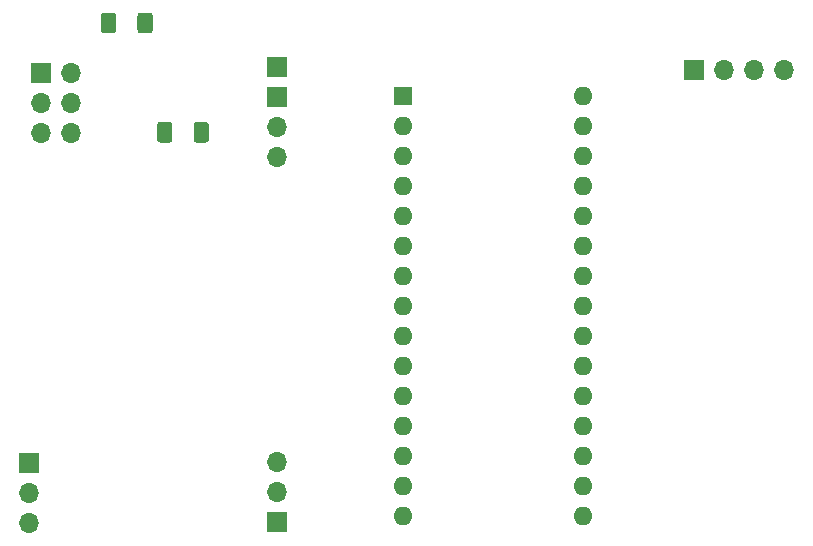
<source format=gts>
%TF.GenerationSoftware,KiCad,Pcbnew,(5.1.9)-1*%
%TF.CreationDate,2021-01-22T19:23:28+08:00*%
%TF.ProjectId,SmartLight,536d6172-744c-4696-9768-742e6b696361,rev?*%
%TF.SameCoordinates,Original*%
%TF.FileFunction,Soldermask,Top*%
%TF.FilePolarity,Negative*%
%FSLAX46Y46*%
G04 Gerber Fmt 4.6, Leading zero omitted, Abs format (unit mm)*
G04 Created by KiCad (PCBNEW (5.1.9)-1) date 2021-01-22 19:23:28*
%MOMM*%
%LPD*%
G01*
G04 APERTURE LIST*
%ADD10O,1.700000X1.700000*%
%ADD11R,1.700000X1.700000*%
%ADD12O,1.600000X1.600000*%
%ADD13R,1.600000X1.600000*%
G04 APERTURE END LIST*
%TO.C,R3*%
G36*
G01*
X108100000Y-69375000D02*
X108100000Y-70625000D01*
G75*
G02*
X107850000Y-70875000I-250000J0D01*
G01*
X107050000Y-70875000D01*
G75*
G02*
X106800000Y-70625000I0J250000D01*
G01*
X106800000Y-69375000D01*
G75*
G02*
X107050000Y-69125000I250000J0D01*
G01*
X107850000Y-69125000D01*
G75*
G02*
X108100000Y-69375000I0J-250000D01*
G01*
G37*
G36*
G01*
X111200000Y-69375000D02*
X111200000Y-70625000D01*
G75*
G02*
X110950000Y-70875000I-250000J0D01*
G01*
X110150000Y-70875000D01*
G75*
G02*
X109900000Y-70625000I0J250000D01*
G01*
X109900000Y-69375000D01*
G75*
G02*
X110150000Y-69125000I250000J0D01*
G01*
X110950000Y-69125000D01*
G75*
G02*
X111200000Y-69375000I0J-250000D01*
G01*
G37*
%TD*%
%TO.C,R2*%
G36*
G01*
X105150000Y-61375000D02*
X105150000Y-60125000D01*
G75*
G02*
X105400000Y-59875000I250000J0D01*
G01*
X106200000Y-59875000D01*
G75*
G02*
X106450000Y-60125000I0J-250000D01*
G01*
X106450000Y-61375000D01*
G75*
G02*
X106200000Y-61625000I-250000J0D01*
G01*
X105400000Y-61625000D01*
G75*
G02*
X105150000Y-61375000I0J250000D01*
G01*
G37*
G36*
G01*
X102050000Y-61375000D02*
X102050000Y-60125000D01*
G75*
G02*
X102300000Y-59875000I250000J0D01*
G01*
X103100000Y-59875000D01*
G75*
G02*
X103350000Y-60125000I0J-250000D01*
G01*
X103350000Y-61375000D01*
G75*
G02*
X103100000Y-61625000I-250000J0D01*
G01*
X102300000Y-61625000D01*
G75*
G02*
X102050000Y-61375000I0J250000D01*
G01*
G37*
%TD*%
D10*
%TO.C,J5*%
X159870000Y-64750000D03*
X157330000Y-64750000D03*
X154790000Y-64750000D03*
D11*
X152250000Y-64750000D03*
%TD*%
D10*
%TO.C,J4*%
X117000000Y-97920000D03*
X117000000Y-100460000D03*
D11*
X117000000Y-103000000D03*
%TD*%
D10*
%TO.C,J3*%
X99540000Y-70080000D03*
X97000000Y-70080000D03*
X99540000Y-67540000D03*
X97000000Y-67540000D03*
X99540000Y-65000000D03*
D11*
X97000000Y-65000000D03*
%TD*%
D10*
%TO.C,J2*%
X117000000Y-72080000D03*
X117000000Y-69540000D03*
D11*
X117000000Y-67000000D03*
X117000000Y-64460000D03*
%TD*%
D10*
%TO.C,J1*%
X96000000Y-103080000D03*
X96000000Y-100540000D03*
D11*
X96000000Y-98000000D03*
%TD*%
D12*
%TO.C,A1*%
X142840000Y-102460000D03*
X127600000Y-102460000D03*
X142840000Y-66900000D03*
X127600000Y-99920000D03*
X142840000Y-69440000D03*
X127600000Y-97380000D03*
X142840000Y-71980000D03*
X127600000Y-94840000D03*
X142840000Y-74520000D03*
X127600000Y-92300000D03*
X142840000Y-77060000D03*
X127600000Y-89760000D03*
X142840000Y-79600000D03*
X127600000Y-87220000D03*
X142840000Y-82140000D03*
X127600000Y-84680000D03*
X142840000Y-84680000D03*
X127600000Y-82140000D03*
X142840000Y-87220000D03*
X127600000Y-79600000D03*
X142840000Y-89760000D03*
X127600000Y-77060000D03*
X142840000Y-92300000D03*
X127600000Y-74520000D03*
X142840000Y-94840000D03*
X127600000Y-71980000D03*
X142840000Y-97380000D03*
X127600000Y-69440000D03*
X142840000Y-99920000D03*
D13*
X127600000Y-66900000D03*
%TD*%
M02*

</source>
